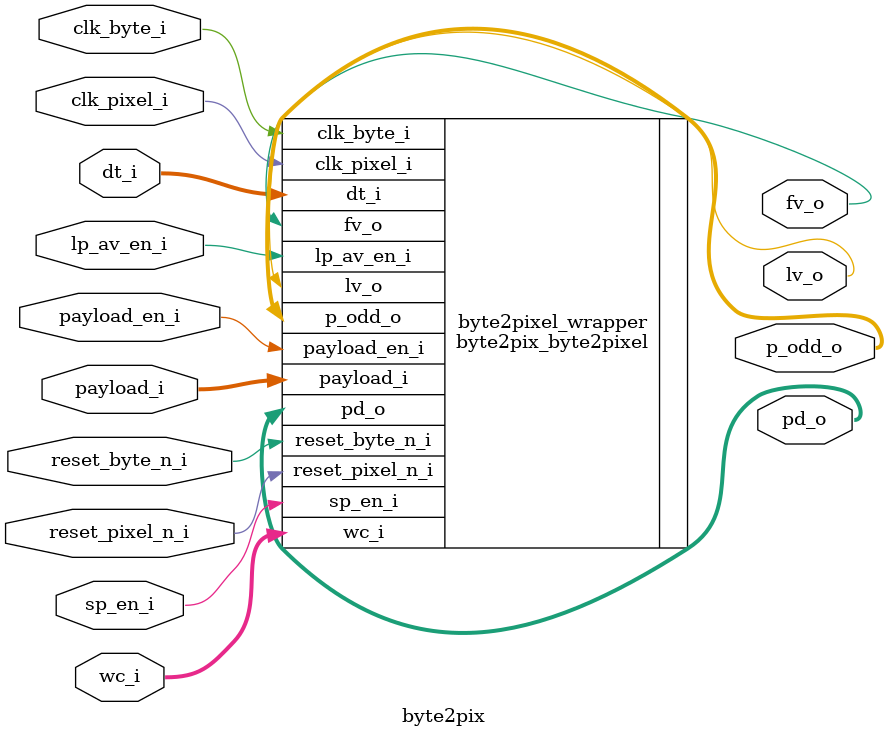
<source format=v>

module byte2pix
(
    input  wire	                             reset_byte_n_i,
    input  wire	                             clk_byte_i,
    input  wire                              sp_en_i,	      // Short Packet Enable
    input  wire [5:0]                        dt_i,	          // Data Type
    input  wire                              lp_av_en_i,      // Long Packet of Active Video Enable
    input  wire	                             payload_en_i,    // paload enable
    input  wire [2*16-1:0]    payload_i,       // payload
    input  wire [15:0]                       wc_i,            // payload byte count

    input  wire	                             reset_pixel_n_i,
    input  wire	                             clk_pixel_i,
    output wire                              fv_o,            // Frame Valid in clk_pixel domain
    output wire                              lv_o,            // Line Valid in clk_pixel domain
    output wire [20*1-1:0] pd_o,            // picture data
    output wire [1:0]                        p_odd_o         // odd pixel indicator
);


/*synthesis translate_off*/
//  GSR GSR_INST (.GSR (1'b1));  // only for simulation purposes
// not included in official release, only used to check for compile errors
//`ifdef COMPILE_ONLY
//  PUR PUR_INST (.PUR (1'b1));  // only for simulation purposes
//`endif
/*synthesis translate_on*/

///// DPHY to CMOS Soft IP /////
  byte2pix_byte2pixel 
    byte2pixel_wrapper  (
    .reset_byte_n_i          (reset_byte_n_i),
    .reset_pixel_n_i         (reset_pixel_n_i),
    .clk_byte_i              (clk_byte_i),
    .clk_pixel_i             (clk_pixel_i),
    .sp_en_i                 (sp_en_i),
    .dt_i                    (dt_i),
    .lp_av_en_i              (lp_av_en_i),
    .payload_en_i            (payload_en_i),
    .payload_i               (payload_i),
    .wc_i                    (wc_i),
    .fv_o                    (fv_o),
    .lv_o                    (lv_o),
    .pd_o                    (pd_o),
    .p_odd_o                 (p_odd_o)
        );

endmodule

</source>
